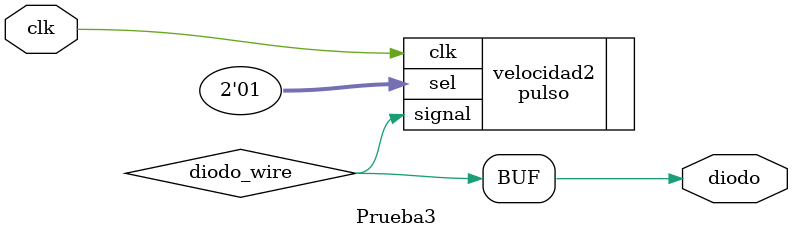
<source format=v>

module Prueba3(clk,diodo);
    input clk;
    output reg diodo;
    wire diodo_wire;

    pulso velocidad2(
        .clk(clk),
        .sel(2'd1),
        .signal(diodo_wire)
    );
    always @(*)begin
        diodo <= diodo_wire;
    end    
endmodule
</source>
